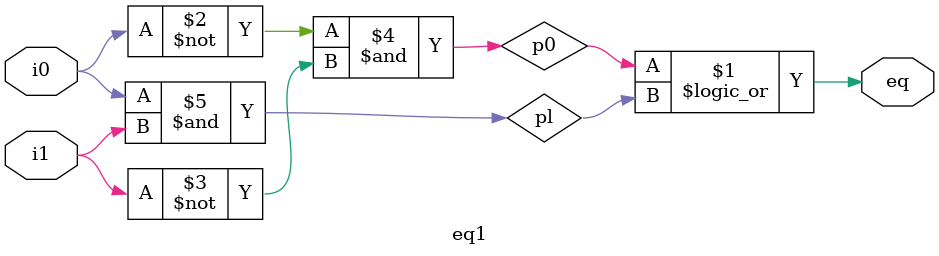
<source format=v>

`timescale 1ns / 1ps

module eq1(
	input wire i0,i1,
	output wire eq
    );
	// signal declaration 
	wire p0, pl; 

	// body 
	// sum of two product terms 
	assign eq = p0 || pl; 
	
	// product terms 
	assign p0 = ~i0 & ~i1; 
	assign pl = i0 & i1;

endmodule

</source>
